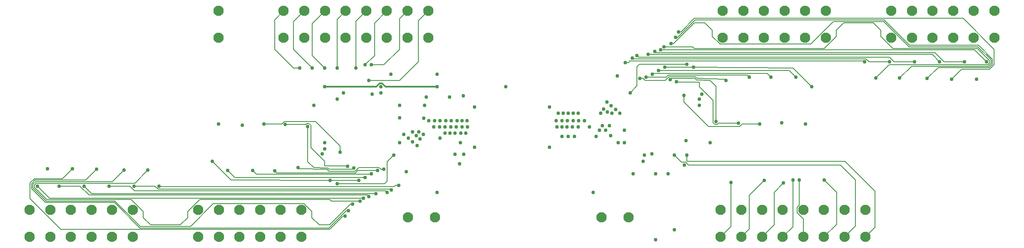
<source format=gbr>
G04 EAGLE Gerber RS-274X export*
G75*
%MOMM*%
%FSLAX34Y34*%
%LPD*%
%INPCBWay Copper Layer 2*%
%IPPOS*%
%AMOC8*
5,1,8,0,0,1.08239X$1,22.5*%
G01*
%ADD10C,2.100000*%
%ADD11C,0.756400*%
%ADD12C,0.152400*%
%ADD13C,0.304800*%


D10*
X897450Y63500D03*
X842450Y63500D03*
X282800Y23300D03*
X240800Y23300D03*
X198800Y23300D03*
X156800Y23300D03*
X114800Y23300D03*
X72800Y23300D03*
X72800Y78300D03*
X198800Y78300D03*
X156800Y78300D03*
X114800Y78300D03*
X240800Y78300D03*
X282800Y78300D03*
X625700Y23300D03*
X583700Y23300D03*
X541700Y23300D03*
X499700Y23300D03*
X457700Y23300D03*
X415700Y23300D03*
X415700Y78300D03*
X541700Y78300D03*
X499700Y78300D03*
X457700Y78300D03*
X583700Y78300D03*
X625700Y78300D03*
X589600Y484700D03*
X631600Y484700D03*
X673600Y484700D03*
X715600Y484700D03*
X757600Y484700D03*
X799600Y484700D03*
X841600Y484700D03*
X883600Y484700D03*
X715600Y429700D03*
X757600Y429700D03*
X799600Y429700D03*
X841600Y429700D03*
X883600Y429700D03*
X589600Y429700D03*
X631600Y429700D03*
X673600Y429700D03*
X1236150Y63500D03*
X1291150Y63500D03*
X457200Y429700D03*
X457200Y484700D03*
X1825400Y484700D03*
X1867400Y484700D03*
X1909400Y484700D03*
X1951400Y484700D03*
X1993400Y484700D03*
X2035400Y484700D03*
X2035400Y429700D03*
X1909400Y429700D03*
X1951400Y429700D03*
X1993400Y429700D03*
X1867400Y429700D03*
X1825400Y429700D03*
X1482500Y484700D03*
X1524500Y484700D03*
X1566500Y484700D03*
X1608500Y484700D03*
X1650500Y484700D03*
X1692500Y484700D03*
X1692500Y429700D03*
X1566500Y429700D03*
X1608500Y429700D03*
X1650500Y429700D03*
X1524500Y429700D03*
X1482500Y429700D03*
X1772600Y23300D03*
X1730600Y23300D03*
X1688600Y23300D03*
X1646600Y23300D03*
X1604600Y23300D03*
X1562600Y23300D03*
X1520600Y23300D03*
X1478600Y23300D03*
X1646600Y78300D03*
X1604600Y78300D03*
X1562600Y78300D03*
X1520600Y78300D03*
X1478600Y78300D03*
X1772600Y78300D03*
X1730600Y78300D03*
X1688600Y78300D03*
D11*
X285750Y127000D03*
X808990Y119380D03*
D12*
X327969Y127000D02*
X285750Y127000D01*
X327969Y127000D02*
X334037Y120932D01*
X807438Y120932D02*
X808990Y119380D01*
X807438Y120932D02*
X334037Y120932D01*
D11*
X619125Y165100D03*
D12*
X621722Y162503D02*
X677333Y161290D01*
X621722Y162503D02*
X619125Y165100D01*
D11*
X793750Y161290D03*
D12*
X787092Y161290D01*
X783564Y164818D01*
X742167Y164818D01*
X734575Y157226D01*
X681397Y157226D02*
X677333Y161290D01*
X681397Y157226D02*
X734575Y157226D01*
D11*
X234950Y127000D03*
X800024Y114224D03*
D12*
X796364Y117884D01*
X277169Y127000D02*
X234950Y127000D01*
X277169Y127000D02*
X286285Y117884D01*
X796364Y117884D01*
D11*
X571500Y158468D03*
X781050Y158750D03*
D12*
X740410Y158750D01*
X575790Y154178D02*
X571500Y158468D01*
X735838Y154178D02*
X740410Y158750D01*
X735838Y154178D02*
X575790Y154178D01*
D11*
X527050Y158750D03*
D12*
X534670Y151130D01*
D11*
X768350Y152400D03*
D12*
X767080Y151130D01*
X534670Y151130D01*
D11*
X184150Y127000D03*
D12*
X199334Y111816D01*
X777240Y111816D01*
D11*
X777240Y111816D03*
X133350Y127000D03*
X763270Y105748D03*
D12*
X760250Y108768D01*
X175569Y127000D02*
X133350Y127000D01*
X175569Y127000D02*
X193801Y108768D01*
X760250Y108768D01*
D11*
X476250Y158750D03*
D12*
X490220Y144780D02*
X755650Y144780D01*
D11*
X755650Y144780D03*
D12*
X490220Y144780D02*
X476250Y158750D01*
D11*
X88900Y127000D03*
D12*
X113200Y102700D01*
X751840Y102700D01*
D11*
X751840Y102700D03*
X444500Y177800D03*
D12*
X482600Y139700D01*
X684530Y138430D01*
D11*
X742950Y138430D03*
D12*
X684530Y138430D01*
D11*
X684530Y138430D03*
X313690Y160020D03*
X745056Y96632D03*
D12*
X86387Y133068D02*
X82832Y129514D01*
X82832Y124487D01*
X303878Y62963D02*
X319063Y47778D01*
X379437Y47778D02*
X394622Y62963D01*
X683437Y99622D02*
X686427Y96632D01*
X745056Y96632D01*
X394622Y75304D02*
X394622Y62963D01*
X379437Y47778D02*
X319063Y47778D01*
X303878Y75304D02*
X279530Y99652D01*
X303878Y75304D02*
X303878Y62963D01*
X107667Y99652D02*
X82832Y124487D01*
X107667Y99652D02*
X279530Y99652D01*
X394622Y75304D02*
X418940Y99622D01*
X683437Y99622D01*
X313690Y160020D02*
X286738Y133068D01*
X86387Y133068D01*
D11*
X638810Y248920D03*
D12*
X638810Y177038D01*
D11*
X732508Y163830D03*
D12*
X677367Y164338D02*
X650933Y164915D01*
X729968Y161290D02*
X732508Y163830D01*
X729968Y161290D02*
X681682Y161290D01*
X678634Y164338D01*
X677367Y164338D01*
X650933Y164915D02*
X638810Y177038D01*
D11*
X265430Y160020D03*
X730250Y90170D03*
D12*
X661963Y47778D02*
X646778Y62963D01*
X661963Y47778D02*
X683437Y47778D01*
X85124Y136116D02*
X79784Y130776D01*
X79784Y123224D01*
X106404Y96604D01*
X646778Y75304D02*
X646778Y62963D01*
X246414Y96604D02*
X106404Y96604D01*
X446568Y91086D02*
X630996Y91086D01*
X646778Y75304D01*
X725829Y90170D02*
X730250Y90170D01*
X725829Y90170D02*
X683437Y47778D01*
X298288Y44730D02*
X246414Y96604D01*
X298288Y44730D02*
X400212Y44730D01*
X446568Y91086D01*
X265430Y160020D02*
X241526Y136116D01*
X85124Y136116D01*
D11*
X593090Y252730D03*
D12*
X636297Y254988D02*
X641324Y254988D01*
X644878Y251434D01*
X634039Y252730D02*
X593090Y252730D01*
X634039Y252730D02*
X636297Y254988D01*
X644878Y206022D02*
X673100Y177800D01*
X644878Y206022D02*
X644878Y251434D01*
X673100Y177800D02*
X673100Y168656D01*
X718795Y168656D01*
X719585Y167866D01*
D11*
X719585Y167866D03*
X209550Y161290D03*
X721535Y77295D03*
D12*
X297025Y41682D02*
X245151Y93556D01*
X83861Y139164D02*
X76736Y132039D01*
X76736Y121961D01*
X105141Y93556D01*
X245151Y93556D01*
X717264Y77295D02*
X721535Y77295D01*
X209550Y161290D02*
X187424Y139164D01*
X83861Y139164D01*
X297025Y41682D02*
X681652Y41682D01*
X717264Y77295D01*
D11*
X549910Y254000D03*
D12*
X585779Y254000D01*
X590577Y258798D01*
X654332Y258798D01*
X704215Y208915D02*
X704215Y195994D01*
D11*
X704215Y195994D03*
D12*
X704215Y208915D02*
X654332Y258798D01*
D11*
X160020Y162560D03*
X715010Y66040D03*
D12*
X82599Y142212D02*
X73688Y133301D01*
X682914Y38634D02*
X710320Y66040D01*
X715010Y66040D01*
X73688Y101330D02*
X73688Y133301D01*
X139672Y142212D02*
X160020Y162560D01*
X139672Y142212D02*
X82599Y142212D01*
X73688Y101330D02*
X136384Y38634D01*
X682914Y38634D01*
D11*
X505460Y251460D03*
X673100Y203200D03*
X109220Y162560D03*
X668020Y193040D03*
X457200Y254000D03*
X673100Y215900D03*
X336550Y127000D03*
D12*
X337820Y125730D01*
X814070Y125730D01*
X816780Y128440D02*
X824060Y128440D01*
X816780Y128440D02*
X814070Y125730D01*
D11*
X824060Y128440D03*
X698500Y132080D03*
X813656Y190445D03*
D12*
X799818Y176607D01*
X799818Y137187D01*
X794712Y132080D02*
X698500Y132080D01*
X794712Y132080D02*
X799818Y137187D01*
D11*
X977900Y288925D03*
X977900Y206375D03*
X1041400Y330200D03*
X807720Y355600D03*
X787400Y317500D03*
X875030Y265430D03*
X825500Y266700D03*
X825500Y215900D03*
X839470Y156210D03*
X852170Y237490D03*
X885190Y260350D03*
X859790Y229870D03*
X867410Y223520D03*
X873760Y232410D03*
X864870Y237490D03*
X895350Y247650D03*
X906780Y247650D03*
X918210Y234950D03*
X928370Y234950D03*
X938530Y234950D03*
X949960Y234950D03*
X960120Y234950D03*
X918210Y247650D03*
X929640Y247650D03*
X941070Y247650D03*
X952500Y247650D03*
X963930Y247650D03*
X962660Y260350D03*
X952500Y260350D03*
X942340Y260350D03*
X930910Y260350D03*
X919480Y260350D03*
X908050Y260350D03*
X896620Y260350D03*
X834390Y232410D03*
X843280Y224790D03*
X852170Y217170D03*
X861060Y209550D03*
X907794Y225425D03*
X949325Y215900D03*
X901700Y114300D03*
X901700Y355600D03*
X650875Y292100D03*
X876300Y292100D03*
X955040Y311150D03*
X927100Y308610D03*
X880110Y308610D03*
X938530Y191770D03*
X956310Y191770D03*
X622300Y368300D03*
D12*
X571500Y466600D02*
X589600Y484700D01*
X571500Y466600D02*
X571500Y406400D01*
X609600Y368300D01*
X622300Y368300D01*
D11*
X647700Y368300D03*
D12*
X609600Y462700D02*
X631600Y484700D01*
X609600Y462700D02*
X609600Y406400D01*
X647700Y368300D01*
D11*
X673100Y368300D03*
D12*
X647700Y458800D02*
X673600Y484700D01*
X647700Y393700D02*
X673100Y368300D01*
X647700Y393700D02*
X647700Y458800D01*
D11*
X698500Y368300D03*
D12*
X698500Y467600D02*
X715600Y484700D01*
X698500Y467600D02*
X698500Y368300D01*
D11*
X736600Y368300D03*
D12*
X736600Y463700D02*
X757600Y484700D01*
X736600Y463700D02*
X736600Y368300D01*
D11*
X755650Y374650D03*
D12*
X774700Y459800D02*
X799600Y484700D01*
X774700Y393700D02*
X755650Y374650D01*
X774700Y393700D02*
X774700Y459800D01*
D11*
X768350Y374650D03*
D12*
X825500Y468600D02*
X841600Y484700D01*
X825500Y468600D02*
X825500Y406400D01*
X793750Y374650D01*
X768350Y374650D01*
D11*
X762868Y342900D03*
D12*
X863600Y464700D02*
X883600Y484700D01*
X863600Y464700D02*
X863600Y381000D01*
X825500Y342900D01*
X762868Y342900D01*
D11*
X787400Y330200D03*
X673100Y330200D03*
X901700Y330200D03*
D13*
X790229Y337030D02*
X784571Y337030D01*
X777741Y330200D02*
X673100Y330200D01*
X797059Y330200D02*
X901700Y330200D01*
X784571Y337030D02*
X777741Y330200D01*
X790229Y337030D02*
X797059Y330200D01*
D11*
X769620Y314960D03*
X825500Y292100D03*
X1219200Y114300D03*
X1130300Y206375D03*
X1130300Y288925D03*
X1225550Y228344D03*
X1270000Y215900D03*
X1300480Y152400D03*
X1323340Y190500D03*
X1254760Y229870D03*
X1282700Y241300D03*
X1268730Y351790D03*
X1248410Y278130D03*
X1240790Y284480D03*
X1234440Y275590D03*
X1201420Y260350D03*
X1188720Y275590D03*
X1178560Y275590D03*
X1168400Y275590D03*
X1158240Y275590D03*
X1148080Y275590D03*
X1189990Y260350D03*
X1178560Y260350D03*
X1167130Y260350D03*
X1155700Y260350D03*
X1144270Y260350D03*
X1145540Y247650D03*
X1155700Y247650D03*
X1165860Y247650D03*
X1177290Y247650D03*
X1188720Y247650D03*
X1211580Y247650D03*
X1273810Y275590D03*
X1264920Y283210D03*
X1256030Y290830D03*
X1247140Y298450D03*
X1371600Y152400D03*
X1457325Y215900D03*
X1346200Y17780D03*
X1257300Y275590D03*
X1384300Y38100D03*
X1155700Y228600D03*
X1168400Y228600D03*
X1181100Y228600D03*
X1231900Y241300D03*
X1238250Y250190D03*
X1252220Y250190D03*
X1244600Y241300D03*
X1408430Y219710D03*
X698500Y304800D03*
X711200Y317500D03*
X947420Y172720D03*
X1822450Y381000D03*
X1299210Y388620D03*
D12*
X1780232Y381000D02*
X1822450Y381000D01*
X1780232Y381000D02*
X1774164Y387068D01*
X1300762Y387068D02*
X1299210Y388620D01*
X1300762Y387068D02*
X1774164Y387068D01*
D11*
X1489075Y342900D03*
D12*
X1486478Y345497D02*
X1430867Y346710D01*
X1486478Y345497D02*
X1489075Y342900D01*
D11*
X1314450Y346710D03*
D12*
X1321109Y346710D01*
X1324637Y343182D01*
X1366033Y343182D01*
X1373625Y350774D01*
X1426803Y350774D02*
X1430867Y346710D01*
X1426803Y350774D02*
X1373625Y350774D01*
D11*
X1873250Y381000D03*
X1308176Y393776D03*
D12*
X1311836Y390116D01*
X1831032Y381000D02*
X1873250Y381000D01*
X1831032Y381000D02*
X1821916Y390116D01*
X1311836Y390116D01*
D11*
X1536700Y349532D03*
X1327150Y349250D03*
D12*
X1367790Y349250D01*
X1532410Y353822D02*
X1536700Y349532D01*
X1372362Y353822D02*
X1367790Y349250D01*
X1372362Y353822D02*
X1532410Y353822D01*
D11*
X1581150Y349250D03*
D12*
X1573530Y356870D01*
D11*
X1339850Y355600D03*
D12*
X1341120Y356870D01*
X1573530Y356870D01*
D11*
X1924050Y381000D03*
D12*
X1908866Y396184D01*
X1330960Y396184D01*
D11*
X1330960Y396184D03*
X1974850Y381000D03*
X1344930Y402252D03*
D12*
X1347950Y399232D01*
X1932632Y381000D02*
X1974850Y381000D01*
X1932632Y381000D02*
X1914400Y399232D01*
X1347950Y399232D01*
D11*
X1631950Y349250D03*
D12*
X1617980Y363220D02*
X1352550Y363220D01*
D11*
X1352550Y363220D03*
D12*
X1617980Y363220D02*
X1631950Y349250D01*
D11*
X2019300Y381000D03*
D12*
X1995000Y405300D01*
X1356360Y405300D01*
D11*
X1356360Y405300D03*
X1663700Y330200D03*
D12*
X1625600Y368300D01*
X1423670Y369570D01*
D11*
X1365250Y369570D03*
D12*
X1423670Y369570D01*
D11*
X1423670Y369570D03*
X1794510Y347980D03*
X1363144Y411368D03*
D12*
X2021814Y374932D02*
X2025368Y378487D01*
X2025368Y383514D01*
X1804322Y445037D02*
X1789137Y460222D01*
X1728763Y460222D02*
X1713578Y445037D01*
X1424763Y408378D02*
X1421773Y411368D01*
X1363144Y411368D01*
X1713578Y432696D02*
X1713578Y445037D01*
X1728763Y460222D02*
X1789137Y460222D01*
X1804322Y432696D02*
X1828670Y408348D01*
X1804322Y432696D02*
X1804322Y445037D01*
X2000534Y408348D02*
X2025368Y383514D01*
X2000534Y408348D02*
X1828670Y408348D01*
X1713578Y432696D02*
X1689260Y408378D01*
X1424763Y408378D01*
X1794510Y347980D02*
X1821462Y374932D01*
X2021814Y374932D01*
D11*
X1469390Y259080D03*
D12*
X1469390Y330962D01*
D11*
X1375692Y344170D03*
D12*
X1430833Y343662D02*
X1457267Y343085D01*
X1378232Y346710D02*
X1375692Y344170D01*
X1378232Y346710D02*
X1426518Y346710D01*
X1429566Y343662D01*
X1430833Y343662D01*
X1457267Y343085D02*
X1469390Y330962D01*
D11*
X1842770Y347980D03*
X1377950Y417830D03*
D12*
X1446237Y460222D02*
X1461422Y445037D01*
X1446237Y460222D02*
X1424763Y460222D01*
X2023076Y371884D02*
X2028416Y377224D01*
X2028416Y384776D01*
X2001796Y411396D01*
X1461422Y432696D02*
X1461422Y445037D01*
X1861786Y411396D02*
X2001796Y411396D01*
X1661632Y416914D02*
X1477204Y416914D01*
X1461422Y432696D01*
X1382371Y417830D02*
X1377950Y417830D01*
X1382371Y417830D02*
X1424763Y460222D01*
X1809912Y463270D02*
X1861786Y411396D01*
X1809912Y463270D02*
X1707988Y463270D01*
X1661632Y416914D01*
X1842770Y347980D02*
X1866674Y371884D01*
X2023076Y371884D01*
D11*
X1515110Y255270D03*
D12*
X1471904Y253012D02*
X1466877Y253012D01*
X1463322Y256567D01*
X1474162Y255270D02*
X1515110Y255270D01*
X1474162Y255270D02*
X1471904Y253012D01*
X1463322Y301978D02*
X1435100Y330200D01*
X1463322Y301978D02*
X1463322Y256567D01*
X1435100Y330200D02*
X1435100Y339344D01*
X1389405Y339344D01*
X1388615Y340134D01*
D11*
X1388615Y340134D03*
X1898650Y346710D03*
X1386665Y430705D03*
D12*
X1811175Y466318D02*
X1863049Y414444D01*
X2024339Y368836D02*
X2031464Y375961D01*
X2031464Y386039D01*
X2003059Y414444D01*
X1863049Y414444D01*
X1390936Y430705D02*
X1386665Y430705D01*
X1898650Y346710D02*
X1920776Y368836D01*
X2024339Y368836D01*
X1811175Y466318D02*
X1426548Y466318D01*
X1390936Y430705D01*
D11*
X1558290Y254000D03*
D12*
X1522422Y254000D01*
X1517624Y249202D01*
X1453868Y249202D01*
X1403985Y299085D02*
X1403985Y312006D01*
D11*
X1403985Y312006D03*
D12*
X1403985Y299085D02*
X1453868Y249202D01*
D11*
X1948180Y345440D03*
X1393190Y441960D03*
D12*
X2025601Y365788D02*
X2034512Y374699D01*
X1425286Y469366D02*
X1397880Y441960D01*
X1393190Y441960D01*
X2034512Y406670D02*
X2034512Y374699D01*
X1968528Y365788D02*
X1948180Y345440D01*
X1968528Y365788D02*
X2025601Y365788D01*
X2034512Y406670D02*
X1971816Y469366D01*
X1425286Y469366D01*
D11*
X1602740Y256540D03*
X1435100Y304800D03*
X1998980Y345440D03*
X1440180Y314960D03*
X1651000Y254000D03*
X1435100Y292100D03*
X1771650Y381000D03*
D12*
X1770380Y382270D01*
X1294130Y382270D01*
X1291420Y379560D02*
X1284140Y379560D01*
X1291420Y379560D02*
X1294130Y382270D01*
D11*
X1284140Y379560D03*
X1409700Y375920D03*
X1294544Y317555D03*
D12*
X1308382Y331393D01*
X1308382Y370814D01*
X1313489Y375920D02*
X1409700Y375920D01*
X1313489Y375920D02*
X1308382Y370814D01*
X1792478Y116833D02*
X1792478Y43178D01*
X1772600Y23300D01*
X1792478Y116833D02*
X1731511Y177800D01*
X1409892Y177800D01*
X1409700Y177992D02*
X1409700Y190500D01*
D11*
X1409700Y190500D03*
D12*
X1409700Y177992D02*
X1409892Y177800D01*
X1730600Y23300D02*
X1752600Y45300D01*
X1752600Y139700D01*
X1722120Y170180D01*
D11*
X1384300Y190500D03*
D12*
X1398552Y176248D01*
X1407134Y176248D02*
X1413202Y170180D01*
X1407134Y176248D02*
X1398552Y176248D01*
X1413202Y170180D02*
X1722120Y170180D01*
D11*
X1689100Y139700D03*
D12*
X1714500Y49200D02*
X1688600Y23300D01*
X1714500Y114300D02*
X1689100Y139700D01*
X1714500Y114300D02*
X1714500Y49200D01*
D11*
X1638300Y139700D03*
D12*
X1633814Y83596D02*
X1633814Y73004D01*
X1646600Y60218D02*
X1646600Y23300D01*
X1646600Y60218D02*
X1633814Y73004D01*
X1633814Y83596D02*
X1638300Y88082D01*
X1638300Y139700D01*
D11*
X1625600Y139700D03*
D12*
X1625600Y44300D02*
X1604600Y23300D01*
X1625600Y44300D02*
X1625600Y139700D01*
D11*
X1606550Y133350D03*
D12*
X1587500Y48200D02*
X1562600Y23300D01*
X1587500Y114300D02*
X1606550Y133350D01*
X1587500Y114300D02*
X1587500Y48200D01*
D11*
X1567180Y138430D03*
D12*
X1536700Y39400D02*
X1520600Y23300D01*
X1536700Y39400D02*
X1536700Y107950D01*
X1567180Y138430D01*
X1499870Y44570D02*
X1478600Y23300D01*
X1499870Y44570D02*
X1499870Y134620D01*
D11*
X1499870Y134620D03*
X1320800Y177800D03*
X1404620Y170180D03*
X1346200Y152400D03*
X1338580Y193040D03*
X1282700Y215900D03*
M02*

</source>
